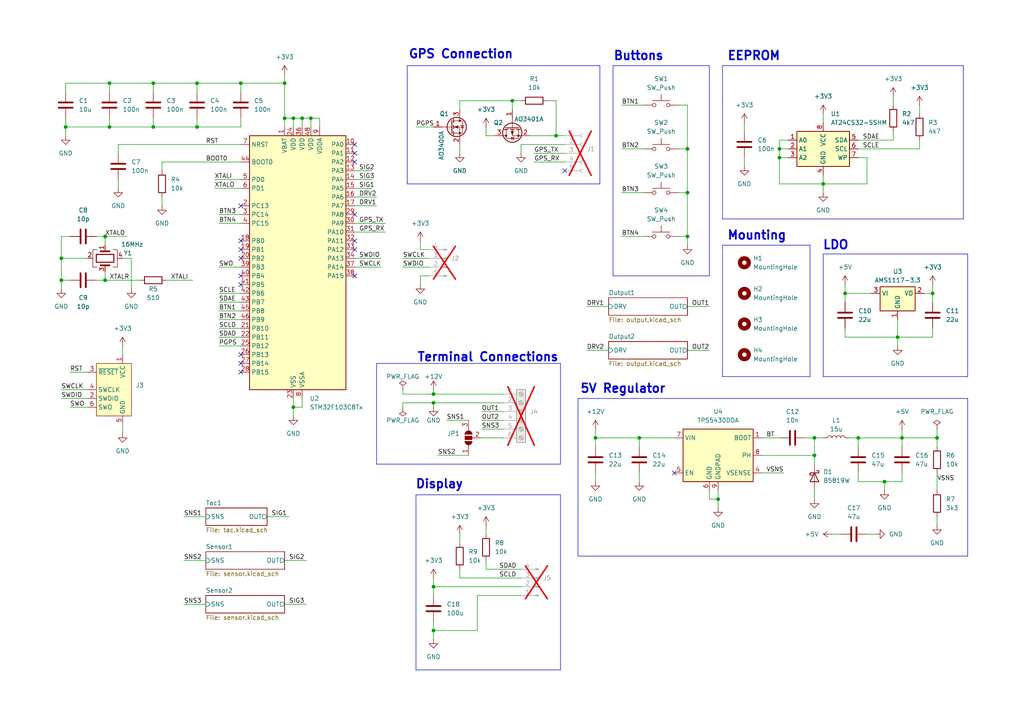
<source format=kicad_sch>
(kicad_sch (version 20231120) (generator "eeschema") (generator_version "8.0")
  (paper "A4")
  (junction (at 245.11 85.09))
  (junction (at 226.06 43.18))
  (junction (at 161.29 39.37))
  (junction (at 256.54 139.7))
  (junction (at 261.62 127))
  (junction (at 30.48 81.28))
  (junction (at 236.22 127))
  (junction (at 236.22 132.08))
  (junction (at 85.09 34.29))
  (junction (at 44.45 24.13))
  (junction (at 90.17 34.29))
  (junction (at 208.28 144.78))
  (junction (at 238.76 53.34))
  (junction (at 185.42 127))
  (junction (at 85.09 118.11))
  (junction (at 226.06 45.72))
  (junction (at 82.55 24.13))
  (junction (at 270.51 85.09))
  (junction (at 199.39 68.58))
  (junction (at 17.78 81.28))
  (junction (at 31.75 24.13))
  (junction (at 30.48 68.58))
  (junction (at 57.15 36.83))
  (junction (at 19.05 36.83))
  (junction (at 31.75 36.83))
  (junction (at 17.78 74.93))
  (junction (at 87.63 34.29))
  (junction (at 57.15 24.13))
  (junction (at 44.45 36.83))
  (junction (at 199.39 55.88))
  (junction (at 125.73 170.18))
  (junction (at 260.35 97.79))
  (junction (at 199.39 43.18))
  (junction (at 172.72 127))
  (junction (at 271.78 127))
  (junction (at 125.73 182.88))
  (junction (at 82.55 34.29))
  (junction (at 69.85 24.13))
  (junction (at 148.59 29.21))
  (junction (at 125.73 114.3))
  (junction (at 248.92 127))
  (junction (at 125.73 116.84))
  (no_connect (at 102.87 44.45))
  (no_connect (at 102.87 62.23))
  (no_connect (at 69.85 74.93))
  (no_connect (at 163.83 49.53))
  (no_connect (at 69.85 59.69))
  (no_connect (at 69.85 80.01))
  (no_connect (at 69.85 72.39))
  (no_connect (at 102.87 69.85))
  (no_connect (at 195.58 137.16))
  (no_connect (at 69.85 107.95))
  (no_connect (at 102.87 80.01))
  (no_connect (at 69.85 69.85))
  (no_connect (at 102.87 41.91))
  (no_connect (at 69.85 105.41))
  (no_connect (at 102.87 72.39))
  (no_connect (at 69.85 102.87))
  (no_connect (at 102.87 46.99))
  (no_connect (at 69.85 82.55))
  (wire (pts (xy 215.9 35.56) (xy 215.9 38.1)))
  (wire (pts (xy 31.75 36.83) (xy 31.75 34.29)))
  (wire (pts (xy 102.87 54.61) (xy 107.95 54.61)))
  (wire (pts (xy 17.78 113.03) (xy 25.4 113.03)))
  (wire (pts (xy 226.06 43.18) (xy 226.06 40.64)))
  (wire (pts (xy 151.13 165.1) (xy 140.97 165.1)))
  (wire (pts (xy 185.42 137.16) (xy 185.42 139.7)))
  (wire (pts (xy 17.78 81.28) (xy 17.78 74.93)))
  (wire (pts (xy 236.22 127) (xy 238.76 127)))
  (wire (pts (xy 17.78 68.58) (xy 20.32 68.58)))
  (wire (pts (xy 271.78 129.54) (xy 271.78 127)))
  (wire (pts (xy 17.78 74.93) (xy 25.4 74.93)))
  (wire (pts (xy 133.35 41.91) (xy 133.35 44.45)))
  (wire (pts (xy 259.08 27.94) (xy 259.08 30.48)))
  (wire (pts (xy 251.46 154.94) (xy 254 154.94)))
  (wire (pts (xy 62.23 54.61) (xy 69.85 54.61)))
  (wire (pts (xy 266.7 40.64) (xy 266.7 43.18)))
  (wire (pts (xy 125.73 170.18) (xy 125.73 172.72)))
  (wire (pts (xy 69.85 36.83) (xy 69.85 34.29)))
  (polyline (pts (xy 184.15 115.57) (xy 280.67 115.57)))
  (wire (pts (xy 154.94 44.45) (xy 163.83 44.45)))
  (wire (pts (xy 208.28 142.24) (xy 208.28 144.78)))
  (wire (pts (xy 133.35 29.21) (xy 148.59 29.21)))
  (wire (pts (xy 125.73 167.64) (xy 125.73 170.18)))
  (polyline (pts (xy 109.22 105.41) (xy 109.22 134.62)))
  (wire (pts (xy 19.05 24.13) (xy 31.75 24.13)))
  (polyline (pts (xy 234.95 109.22) (xy 234.95 71.12)))
  (wire (pts (xy 31.75 24.13) (xy 31.75 26.67)))
  (wire (pts (xy 148.59 29.21) (xy 151.13 29.21)))
  (wire (pts (xy 30.48 78.74) (xy 30.48 81.28)))
  (wire (pts (xy 17.78 74.93) (xy 17.78 68.58)))
  (wire (pts (xy 63.5 95.25) (xy 69.85 95.25)))
  (wire (pts (xy 236.22 142.24) (xy 236.22 144.78)))
  (wire (pts (xy 236.22 132.08) (xy 236.22 127)))
  (wire (pts (xy 129.54 121.92) (xy 135.89 121.92)))
  (polyline (pts (xy 162.56 194.31) (xy 162.56 143.51)))
  (wire (pts (xy 102.87 67.31) (xy 111.76 67.31)))
  (wire (pts (xy 245.11 82.55) (xy 245.11 85.09)))
  (wire (pts (xy 120.65 36.83) (xy 125.73 36.83)))
  (wire (pts (xy 172.72 137.16) (xy 172.72 139.7)))
  (wire (pts (xy 35.56 100.33) (xy 35.56 102.87)))
  (wire (pts (xy 63.5 62.23) (xy 69.85 62.23)))
  (wire (pts (xy 270.51 87.63) (xy 270.51 85.09)))
  (wire (pts (xy 121.92 72.39) (xy 124.46 72.39)))
  (wire (pts (xy 140.97 39.37) (xy 143.51 39.37)))
  (wire (pts (xy 44.45 36.83) (xy 44.45 34.29)))
  (wire (pts (xy 259.08 40.64) (xy 259.08 38.1)))
  (wire (pts (xy 180.34 43.18) (xy 186.69 43.18)))
  (wire (pts (xy 125.73 182.88) (xy 138.43 182.88)))
  (wire (pts (xy 148.59 31.75) (xy 148.59 29.21)))
  (wire (pts (xy 172.72 127) (xy 172.72 129.54)))
  (wire (pts (xy 133.35 165.1) (xy 133.35 167.64)))
  (polyline (pts (xy 162.56 143.51) (xy 120.65 143.51)))
  (polyline (pts (xy 177.8 19.05) (xy 177.8 80.01)))
  (wire (pts (xy 133.35 167.64) (xy 151.13 167.64)))
  (wire (pts (xy 53.34 162.56) (xy 59.69 162.56)))
  (wire (pts (xy 116.84 114.3) (xy 125.73 114.3)))
  (wire (pts (xy 271.78 149.86) (xy 271.78 152.4)))
  (wire (pts (xy 248.92 127) (xy 261.62 127)))
  (wire (pts (xy 30.48 68.58) (xy 36.83 68.58)))
  (wire (pts (xy 161.29 29.21) (xy 161.29 39.37)))
  (polyline (pts (xy 209.55 109.22) (xy 234.95 109.22)))
  (wire (pts (xy 116.84 113.03) (xy 116.84 114.3)))
  (wire (pts (xy 238.76 50.8) (xy 238.76 53.34)))
  (wire (pts (xy 248.92 127) (xy 246.38 127)))
  (wire (pts (xy 270.51 85.09) (xy 267.97 85.09)))
  (wire (pts (xy 245.11 95.25) (xy 245.11 97.79)))
  (polyline (pts (xy 177.8 19.05) (xy 205.74 19.05)))
  (wire (pts (xy 199.39 55.88) (xy 196.85 55.88)))
  (wire (pts (xy 116.84 116.84) (xy 125.73 116.84)))
  (wire (pts (xy 270.51 95.25) (xy 270.51 97.79)))
  (wire (pts (xy 266.7 30.48) (xy 266.7 33.02)))
  (wire (pts (xy 251.46 45.72) (xy 251.46 53.34)))
  (polyline (pts (xy 238.76 73.66) (xy 238.76 109.22)))
  (wire (pts (xy 31.75 36.83) (xy 44.45 36.83)))
  (polyline (pts (xy 177.8 80.01) (xy 205.74 80.01)))
  (wire (pts (xy 31.75 24.13) (xy 44.45 24.13)))
  (wire (pts (xy 85.09 118.11) (xy 85.09 120.65)))
  (wire (pts (xy 82.55 162.56) (xy 88.9 162.56)))
  (wire (pts (xy 261.62 124.46) (xy 261.62 127)))
  (polyline (pts (xy 205.74 80.01) (xy 205.74 19.05)))
  (wire (pts (xy 199.39 101.6) (xy 205.74 101.6)))
  (wire (pts (xy 17.78 83.82) (xy 17.78 81.28)))
  (polyline (pts (xy 173.99 19.05) (xy 173.99 53.34)))
  (wire (pts (xy 270.51 82.55) (xy 270.51 85.09)))
  (wire (pts (xy 236.22 134.62) (xy 236.22 132.08)))
  (wire (pts (xy 116.84 118.11) (xy 116.84 116.84)))
  (wire (pts (xy 125.73 118.11) (xy 125.73 116.84)))
  (wire (pts (xy 46.99 46.99) (xy 69.85 46.99)))
  (wire (pts (xy 251.46 53.34) (xy 238.76 53.34)))
  (wire (pts (xy 57.15 36.83) (xy 69.85 36.83)))
  (wire (pts (xy 154.94 46.99) (xy 163.83 46.99)))
  (wire (pts (xy 261.62 127) (xy 261.62 129.54)))
  (wire (pts (xy 261.62 139.7) (xy 261.62 137.16)))
  (wire (pts (xy 63.5 90.17) (xy 69.85 90.17)))
  (wire (pts (xy 238.76 33.02) (xy 238.76 35.56)))
  (wire (pts (xy 236.22 127) (xy 233.68 127)))
  (wire (pts (xy 139.7 127) (xy 146.05 127)))
  (wire (pts (xy 125.73 180.34) (xy 125.73 182.88)))
  (wire (pts (xy 139.7 124.46) (xy 146.05 124.46)))
  (wire (pts (xy 260.35 97.79) (xy 260.35 100.33)))
  (wire (pts (xy 220.98 132.08) (xy 236.22 132.08)))
  (wire (pts (xy 271.78 124.46) (xy 271.78 127)))
  (polyline (pts (xy 209.55 71.12) (xy 234.95 71.12)))
  (wire (pts (xy 140.97 162.56) (xy 140.97 165.1)))
  (polyline (pts (xy 279.4 63.5) (xy 279.4 19.05)))
  (wire (pts (xy 82.55 21.59) (xy 82.55 24.13)))
  (wire (pts (xy 138.43 172.72) (xy 151.13 172.72)))
  (wire (pts (xy 85.09 34.29) (xy 87.63 34.29)))
  (wire (pts (xy 19.05 36.83) (xy 31.75 36.83)))
  (wire (pts (xy 256.54 139.7) (xy 261.62 139.7)))
  (polyline (pts (xy 209.55 29.21) (xy 209.55 63.5)))
  (wire (pts (xy 90.17 34.29) (xy 90.17 36.83)))
  (wire (pts (xy 215.9 45.72) (xy 215.9 48.26)))
  (wire (pts (xy 226.06 45.72) (xy 228.6 45.72)))
  (wire (pts (xy 63.5 85.09) (xy 69.85 85.09)))
  (wire (pts (xy 245.11 87.63) (xy 245.11 85.09)))
  (wire (pts (xy 44.45 24.13) (xy 57.15 24.13)))
  (wire (pts (xy 57.15 36.83) (xy 57.15 34.29)))
  (wire (pts (xy 90.17 34.29) (xy 92.71 34.29)))
  (wire (pts (xy 139.7 121.92) (xy 146.05 121.92)))
  (wire (pts (xy 208.28 144.78) (xy 205.74 144.78)))
  (wire (pts (xy 125.73 182.88) (xy 125.73 185.42)))
  (wire (pts (xy 151.13 41.91) (xy 163.83 41.91)))
  (wire (pts (xy 133.35 154.94) (xy 133.35 157.48)))
  (polyline (pts (xy 280.67 73.66) (xy 280.67 109.22)))
  (wire (pts (xy 226.06 43.18) (xy 228.6 43.18)))
  (wire (pts (xy 116.84 77.47) (xy 124.46 77.47)))
  (polyline (pts (xy 280.67 161.29) (xy 167.64 161.29)))
  (wire (pts (xy 102.87 49.53) (xy 107.95 49.53)))
  (wire (pts (xy 199.39 68.58) (xy 199.39 71.12)))
  (wire (pts (xy 199.39 43.18) (xy 196.85 43.18)))
  (wire (pts (xy 196.85 30.48) (xy 199.39 30.48)))
  (wire (pts (xy 63.5 64.77) (xy 69.85 64.77)))
  (wire (pts (xy 53.34 175.26) (xy 59.69 175.26)))
  (wire (pts (xy 125.73 113.03) (xy 125.73 114.3)))
  (wire (pts (xy 220.98 127) (xy 226.06 127)))
  (wire (pts (xy 158.75 29.21) (xy 161.29 29.21)))
  (wire (pts (xy 87.63 34.29) (xy 87.63 36.83)))
  (wire (pts (xy 238.76 53.34) (xy 226.06 53.34)))
  (wire (pts (xy 34.29 52.07) (xy 34.29 54.61)))
  (wire (pts (xy 38.1 74.93) (xy 35.56 74.93)))
  (wire (pts (xy 245.11 85.09) (xy 252.73 85.09)))
  (wire (pts (xy 241.3 154.94) (xy 243.84 154.94)))
  (polyline (pts (xy 109.22 105.41) (xy 162.56 105.41)))
  (polyline (pts (xy 120.65 143.51) (xy 120.65 160.02)))
  (wire (pts (xy 85.09 118.11) (xy 87.63 118.11)))
  (wire (pts (xy 127 132.08) (xy 135.89 132.08)))
  (wire (pts (xy 185.42 127) (xy 195.58 127)))
  (wire (pts (xy 226.06 45.72) (xy 226.06 43.18)))
  (wire (pts (xy 180.34 55.88) (xy 186.69 55.88)))
  (wire (pts (xy 20.32 107.95) (xy 25.4 107.95)))
  (wire (pts (xy 140.97 152.4) (xy 140.97 154.94)))
  (wire (pts (xy 30.48 81.28) (xy 40.64 81.28)))
  (polyline (pts (xy 209.55 19.05) (xy 209.55 29.21)))
  (wire (pts (xy 20.32 118.11) (xy 25.4 118.11)))
  (wire (pts (xy 121.92 80.01) (xy 121.92 82.55)))
  (wire (pts (xy 270.51 97.79) (xy 260.35 97.79)))
  (wire (pts (xy 34.29 41.91) (xy 34.29 44.45)))
  (wire (pts (xy 87.63 115.57) (xy 87.63 118.11)))
  (wire (pts (xy 19.05 34.29) (xy 19.05 36.83)))
  (wire (pts (xy 19.05 26.67) (xy 19.05 24.13)))
  (wire (pts (xy 133.35 31.75) (xy 133.35 29.21)))
  (polyline (pts (xy 118.11 19.05) (xy 149.86 19.05)))
  (wire (pts (xy 46.99 49.53) (xy 46.99 46.99)))
  (wire (pts (xy 69.85 24.13) (xy 69.85 26.67)))
  (wire (pts (xy 63.5 92.71) (xy 69.85 92.71)))
  (wire (pts (xy 116.84 74.93) (xy 124.46 74.93)))
  (wire (pts (xy 125.73 114.3) (xy 146.05 114.3)))
  (wire (pts (xy 102.87 59.69) (xy 109.22 59.69)))
  (wire (pts (xy 161.29 39.37) (xy 163.83 39.37)))
  (wire (pts (xy 180.34 68.58) (xy 186.69 68.58)))
  (wire (pts (xy 205.74 144.78) (xy 205.74 142.24)))
  (polyline (pts (xy 118.11 53.34) (xy 118.11 19.05)))
  (wire (pts (xy 69.85 41.91) (xy 34.29 41.91)))
  (wire (pts (xy 92.71 34.29) (xy 92.71 36.83)))
  (polyline (pts (xy 209.55 63.5) (xy 279.4 63.5)))
  (wire (pts (xy 199.39 88.9) (xy 205.74 88.9)))
  (polyline (pts (xy 173.99 53.34) (xy 118.11 53.34)))
  (polyline (pts (xy 162.56 134.62) (xy 162.56 105.41)))
  (wire (pts (xy 77.47 149.86) (xy 83.82 149.86)))
  (wire (pts (xy 30.48 68.58) (xy 27.94 68.58)))
  (wire (pts (xy 63.5 77.47) (xy 69.85 77.47)))
  (polyline (pts (xy 167.64 161.29) (xy 167.64 115.57)))
  (polyline (pts (xy 120.65 194.31) (xy 162.56 194.31)))
  (wire (pts (xy 38.1 74.93) (xy 38.1 83.82)))
  (wire (pts (xy 121.92 80.01) (xy 124.46 80.01)))
  (wire (pts (xy 35.56 123.19) (xy 35.56 125.73)))
  (wire (pts (xy 87.63 34.29) (xy 90.17 34.29)))
  (polyline (pts (xy 120.65 160.02) (xy 120.65 194.31)))
  (wire (pts (xy 19.05 36.83) (xy 19.05 39.37)))
  (polyline (pts (xy 280.67 115.57) (xy 280.67 161.29)))
  (wire (pts (xy 220.98 137.16) (xy 227.33 137.16)))
  (polyline (pts (xy 109.22 134.62) (xy 162.56 134.62)))
  (wire (pts (xy 125.73 170.18) (xy 151.13 170.18)))
  (wire (pts (xy 82.55 24.13) (xy 82.55 34.29)))
  (wire (pts (xy 17.78 115.57) (xy 25.4 115.57)))
  (polyline (pts (xy 238.76 73.66) (xy 280.67 73.66)))
  (wire (pts (xy 248.92 129.54) (xy 248.92 127)))
  (wire (pts (xy 170.18 88.9) (xy 176.53 88.9)))
  (wire (pts (xy 261.62 127) (xy 271.78 127)))
  (wire (pts (xy 63.5 87.63) (xy 69.85 87.63)))
  (wire (pts (xy 46.99 57.15) (xy 46.99 59.69)))
  (wire (pts (xy 102.87 64.77) (xy 111.76 64.77)))
  (wire (pts (xy 44.45 36.83) (xy 57.15 36.83)))
  (wire (pts (xy 151.13 41.91) (xy 151.13 44.45)))
  (wire (pts (xy 30.48 81.28) (xy 27.94 81.28)))
  (wire (pts (xy 248.92 40.64) (xy 259.08 40.64)))
  (wire (pts (xy 199.39 68.58) (xy 196.85 68.58)))
  (wire (pts (xy 44.45 24.13) (xy 44.45 26.67)))
  (wire (pts (xy 85.09 118.11) (xy 85.09 115.57)))
  (wire (pts (xy 82.55 34.29) (xy 82.55 36.83)))
  (wire (pts (xy 238.76 53.34) (xy 238.76 55.88)))
  (wire (pts (xy 48.26 81.28) (xy 55.88 81.28)))
  (wire (pts (xy 260.35 97.79) (xy 260.35 92.71)))
  (wire (pts (xy 208.28 144.78) (xy 208.28 147.32)))
  (wire (pts (xy 102.87 57.15) (xy 109.22 57.15)))
  (wire (pts (xy 57.15 24.13) (xy 57.15 26.67)))
  (wire (pts (xy 248.92 139.7) (xy 248.92 137.16)))
  (wire (pts (xy 63.5 97.79) (xy 69.85 97.79)))
  (wire (pts (xy 140.97 36.83) (xy 140.97 39.37)))
  (wire (pts (xy 138.43 172.72) (xy 138.43 182.88)))
  (wire (pts (xy 125.73 116.84) (xy 146.05 116.84)))
  (wire (pts (xy 82.55 175.26) (xy 88.9 175.26)))
  (wire (pts (xy 170.18 101.6) (xy 176.53 101.6)))
  (polyline (pts (xy 209.55 71.12) (xy 209.55 109.22)))
  (wire (pts (xy 102.87 77.47) (xy 110.49 77.47)))
  (polyline (pts (xy 279.4 19.05) (xy 209.55 19.05)))
  (wire (pts (xy 85.09 34.29) (xy 85.09 36.83)))
  (wire (pts (xy 256.54 139.7) (xy 256.54 142.24)))
  (wire (pts (xy 245.11 97.79) (xy 260.35 97.79)))
  (wire (pts (xy 139.7 119.38) (xy 146.05 119.38)))
  (wire (pts (xy 69.85 24.13) (xy 82.55 24.13)))
  (wire (pts (xy 185.42 129.54) (xy 185.42 127)))
  (wire (pts (xy 199.39 55.88) (xy 199.39 68.58)))
  (wire (pts (xy 256.54 139.7) (xy 248.92 139.7)))
  (wire (pts (xy 102.87 52.07) (xy 107.95 52.07)))
  (wire (pts (xy 30.48 71.12) (xy 30.48 68.58)))
  (wire (pts (xy 226.06 53.34) (xy 226.06 45.72)))
  (wire (pts (xy 185.42 127) (xy 172.72 127)))
  (wire (pts (xy 172.72 124.46) (xy 172.72 127)))
  (polyline (pts (xy 280.67 109.22) (xy 238.76 109.22)))
  (wire (pts (xy 53.34 149.86) (xy 59.69 149.86)))
  (wire (pts (xy 248.92 45.72) (xy 251.46 45.72)))
  (wire (pts (xy 82.55 34.29) (xy 85.09 34.29)))
  (wire (pts (xy 180.34 30.48) (xy 186.69 30.48)))
  (wire (pts (xy 63.5 100.33) (xy 69.85 100.33)))
  (wire (pts (xy 62.23 52.07) (xy 69.85 52.07)))
  (wire (pts (xy 153.67 39.37) (xy 161.29 39.37)))
  (wire (pts (xy 57.15 24.13) (xy 69.85 24.13)))
  (wire (pts (xy 248.92 43.18) (xy 266.7 43.18)))
  (wire (pts (xy 121.92 69.85) (xy 121.92 72.39)))
  (wire (pts (xy 17.78 81.28) (xy 20.32 81.28)))
  (wire (pts (xy 199.39 43.18) (xy 199.39 55.88)))
  (polyline (pts (xy 167.64 115.57) (xy 184.15 115.57)))
  (wire (pts (xy 271.78 137.16) (xy 271.78 142.24)))
  (wire (pts (xy 102.87 74.93) (xy 110.49 74.93)))
  (wire (pts (xy 199.39 30.48) (xy 199.39 43.18)))
  (wire (pts (xy 226.06 40.64) (xy 228.6 40.64)))
  (polyline (pts (xy 149.86 19.05) (xy 173.99 19.05)))
  (text "GPS Connection" (at 118.364 17.272 0) (effects (font (size 2.5 2.5) (thickness 0.5) (bold yes)) (justify left bottom)))
  (text "Mounting" (at 210.82 69.85 0) (effects (font (size 2.5 2.5) (thickness 0.5) (bold yes)) (justify left bottom)))
  (text "EEPROM" (at 210.82 17.78 0) (effects (font (size 2.5 2.5) (thickness 0.5) (bold yes)) (justify left bottom)))
  (text "LDO" (at 238.506 72.644 0) (effects (font (size 2.5 2.5) (thickness 0.5) (bold yes)) (justify left bottom)))
  (text "Terminal Connections" (at 120.904 105.156 0) (effects (font (size 2.5 2.5) (thickness 0.5) (bold yes)) (justify left bottom)))
  (text "5V Regulator" (at 168.148 114.3 0) (effects (font (size 2.5 2.5) (thickness 0.5) (bold yes)) (justify left bottom)))
  (text "Display" (at 120.396 141.986 0) (effects (font (size 2.5 2.5) (thickness 0.5) (bold yes)) (justify left bottom)))
  (text "Buttons" (at 177.8 17.78 0) (effects (font (size 2.5 2.5) (thickness 0.5) (bold yes)) (justify left bottom)))
  (label "PGPS" (at 63.5 100.33 0))
  (label "BTN3" (at 63.5 62.23 0))
  (label "SWCLK" (at 116.84 74.93 0))
  (label "SNS2" (at 53.34 162.56 0))
  (label "XTALI" (at 62.23 52.07 0))
  (label "SCLE" (at 63.5 85.09 0))
  (label "SDAE" (at 63.5 87.63 0))
  (label "SIG1" (at 78.74 149.86 0))
  (label "SIG1" (at 104.14 54.61 0))
  (label "SWDIO" (at 17.78 115.57 0))
  (label "BTN4" (at 180.34 68.58 0))
  (label "SNS3" (at 53.34 175.26 0))
  (label "DRV2" (at 170.18 101.6 0))
  (label "XTALI" (at 49.53 81.28 0))
  (label "OUT2" (at 200.66 101.6 0))
  (label "RST" (at 59.69 41.91 0))
  (label "GPS_TX" (at 104.14 64.77 0))
  (label "VSNS" (at 271.78 139.7 0))
  (label "OUT1" (at 200.66 88.9 0))
  (label "SWCLK" (at 104.14 77.47 0))
  (label "OUT1" (at 139.7 119.38 0))
  (label "GPS_TX" (at 154.94 44.45 0))
  (label "BT" (at 222.25 127 0))
  (label "SNS1" (at 129.54 121.92 0))
  (label "SIG2" (at 104.14 49.53 0))
  (label "SWDIO" (at 104.14 74.93 0))
  (label "GPS_RX" (at 104.14 67.31 0))
  (label "SNS2" (at 127 132.08 0))
  (label "BTN4" (at 63.5 64.77 0))
  (label "SDAD" (at 144.78 165.1 0))
  (label "SWO" (at 63.5 77.47 0))
  (label "SIG3" (at 83.82 175.26 0))
  (label "SNS3" (at 139.7 124.46 0))
  (label "SCLD" (at 144.78 167.64 0))
  (label "PGPS" (at 120.65 36.83 0))
  (label "DRV1" (at 170.18 88.9 0))
  (label "SWCLK" (at 17.78 113.03 0))
  (label "BOOT0" (at 59.69 46.99 0))
  (label "BTN1" (at 63.5 90.17 0))
  (label "SDAE" (at 250.19 40.64 0))
  (label "SCLE" (at 250.19 43.18 0))
  (label "XTALO" (at 62.23 54.61 0))
  (label "DRV1" (at 104.14 59.69 0))
  (label "XTALR" (at 31.75 81.28 0))
  (label "BTN2" (at 180.34 43.18 0))
  (label "SIG2" (at 83.82 162.56 0))
  (label "SWO" (at 20.32 118.11 0))
  (label "SNS1" (at 53.34 149.86 0))
  (label "VSNS" (at 222.25 137.16 0))
  (label "OUT2" (at 139.7 121.92 0))
  (label "SDAD" (at 63.5 97.79 0))
  (label "RST" (at 20.32 107.95 0))
  (label "BTN2" (at 63.5 92.71 0))
  (label "SCLD" (at 63.5 95.25 0))
  (label "XTALO" (at 30.48 68.58 0))
  (label "BTN1" (at 180.34 30.48 0))
  (label "SWDIO" (at 116.84 77.47 0))
  (label "SIG3" (at 104.14 52.07 0))
  (label "GPS_RX" (at 154.94 46.99 0))
  (label "DRV2" (at 104.14 57.15 0))
  (label "BTN3" (at 180.34 55.88 0))
  (symbol (lib_id "Mechanical:MountingHole") (at 215.9 102.87 0) (unit 1) (in_bom no)
    (property "Reference" "H4" (at 218.44 101.6 0) (effects (justify left)))
    (property "Value" "MountingHole" (at 218.44 104.14 0) (effects (justify left)))
    (property "Footprint" "MountingHole:MountingHole_3.2mm_M3" (effects (hide yes)))
    (property "Description" "Mounting Hole without connection" (effects (hide yes)))
  )
  (symbol (lib_name "PWR_FLAG_1") (lib_id "power:PWR_FLAG") (at 271.78 124.46 0) (unit 1)
    (property "Reference" "#FLG03" (effects (hide yes)))
    (property "Value" "PWR_FLAG" (at 271.78 119.38 0))
    (property "Description" "Special symbol for telling ERC where power comes from" (effects (hide yes)))
  )
  (symbol (lib_id "Switch:SW_Push") (at 191.77 55.88 0) (unit 1)
    (property "Reference" "SW3" (at 191.77 48.26 0))
    (property "Value" "SW_Push" (at 191.77 50.8 0))
    (property "Footprint" "Button_Switch_SMD:SW_Push_1P1T_NO_6x6mm_H9.5mm" (effects (hide yes)))
    (property "Description" "Push button switch, generic, two pins" (effects (hide yes)))
    (property "LCSC" "C455119" (effects (hide yes)))
  )
  (symbol (lib_id "power:PWR_FLAG") (at 116.84 118.11 180) (unit 1)
    (property "Reference" "#FLG02" (effects (hide yes)))
    (property "Value" "PWR_FLAG" (at 116.84 121.92 0))
    (property "Description" "Special symbol for telling ERC where power comes from" (effects (hide yes)))
  )
  (symbol (lib_id "Device:C") (at 215.9 41.91 0) (unit 1)
    (property "Reference" "C6" (at 219.71 40.6399 0) (effects (justify left)))
    (property "Value" "100n" (at 219.71 43.1799 0) (effects (justify left)))
    (property "Footprint" "Capacitor_SMD:C_0402_1005Metric" (effects (hide yes)))
    (property "Description" "Unpolarized capacitor" (effects (hide yes)))
    (property "LCSC" "C1525" (effects (hide yes)))
  )
  (symbol (lib_id "Device:C") (at 24.13 68.58 90) (unit 1)
    (property "Reference" "C8" (at 24.13 60.96 90))
    (property "Value" "10p" (at 24.13 63.5 90))
    (property "Footprint" "Capacitor_SMD:C_0402_1005Metric" (effects (hide yes)))
  )
  (symbol (lib_id "Device:C") (at 185.42 133.35 0) (unit 1)
    (property "Reference" "C14" (at 189.23 132.0799 0) (effects (justify left)))
    (property "Value" "22u" (at 189.23 134.6199 0) (effects (justify left)))
    (property "Footprint" "Capacitor_SMD:C_1206_3216Metric" (effects (hide yes)))
    (property "Description" "Unpolarized capacitor" (effects (hide yes)))
    (property "LCSC" "C12891" (effects (hide yes)))
  )
  (symbol (lib_id "Device:R") (at 271.78 133.35 0) (unit 1)
    (property "Reference" "R6" (at 274.32 132.0799 0) (effects (justify left)))
    (property "Value" "10k" (at 274.32 134.6199 0) (effects (justify left)))
    (property "Footprint" "Resistor_SMD:R_0402_1005Metric" (effects (hide yes)))
    (property "Description" "Resistor" (effects (hide yes)))
    (property "LCSC" "C25744" (effects (hide yes)))
  )
  (symbol (lib_id "MCU_ST_STM32F1:STM32F103C8Tx") (at 85.09 77.47 0) (unit 1)
    (property "Reference" "U2" (at 89.8241 115.57 0) (effects (justify left)))
    (property "Value" "STM32F103C8Tx" (at 89.8241 118.11 0) (effects (justify left)))
    (property "Footprint" "Package_QFP:LQFP-48_7x7mm_P0.5mm" (effects (hide yes)))
    (property "Datasheet" "https://www.st.com/resource/en/datasheet/stm32f103c8.pdf" (effects (hide yes)))
    (property "Description" "STMicroelectronics Arm Cortex-M3 MCU, 64KB flash, 20KB RAM, 72 MHz, 2.0-3.6V, 37 GPIO, LQFP48" (effects (hide yes)))
  )
  (symbol (lib_id "power:+3V3") (at 140.97 36.83 0) (unit 1)
    (property "Reference" "#PWR06" (effects (hide yes)))
    (property "Value" "+3V3" (at 140.97 31.75 0))
    (property "Description" "Power symbol creates a global label with name \"+3V3\"" (effects (hide yes)))
  )
  (symbol (lib_id "Regulator_Switching:TPS5430DDA") (at 208.28 132.08 0) (unit 1)
    (property "Reference" "U4" (at 208.28 119.38 0))
    (property "Value" "TPS5430DDA" (at 208.28 121.92 0))
    (property "Footprint" "Package_SO:TI_SO-PowerPAD-8_ThermalVias" (effects (hide yes)))
    (property "Datasheet" "http://www.ti.com/lit/ds/symlink/tps5430.pdf" (effects (hide yes)))
    (property "Description" "3A, Step Down Swift Converter, Adjustable Output Voltage, 5.5-36V Input Voltage, PowerSO-8" (effects (hide yes)))
    (property "LCSC" "C9864" (effects (hide yes)))
  )
  (symbol (lib_id "Mechanical:MountingHole") (at 215.9 85.09 0) (unit 1) (in_bom no)
    (property "Reference" "H2" (at 218.44 83.82 0) (effects (justify left)))
    (property "Value" "MountingHole" (at 218.44 86.36 0) (effects (justify left)))
    (property "Footprint" "MountingHole:MountingHole_3.2mm_M3" (effects (hide yes)))
    (property "Description" "Mounting Hole without connection" (effects (hide yes)))
  )
  (symbol (lib_id "power:GND") (at 46.99 59.69 0) (unit 1)
    (property "Reference" "#PWR013" (effects (hide yes)))
    (property "Value" "GND" (at 46.99 64.77 0))
    (property "Description" "Power symbol creates a global label with name \"GND\" , ground" (effects (hide yes)))
  )
  (symbol (lib_id "Device:C") (at 245.11 91.44 0) (unit 1)
    (property "Reference" "C10" (at 248.92 90.1699 0) (effects (justify left)))
    (property "Value" "22u" (at 248.92 92.7099 0) (effects (justify left)))
    (property "Footprint" "Capacitor_SMD:C_0805_2012Metric" (effects (hide yes)))
    (property "Description" "Unpolarized capacitor" (effects (hide yes)))
    (property "LCSC" "C45783" (effects (hide yes)))
  )
  (symbol (lib_id "Device:C") (at 44.45 30.48 0) (unit 1)
    (property "Reference" "C3" (at 48.26 29.2099 0) (effects (justify left)))
    (property "Value" "100n" (at 48.26 31.7499 0) (effects (justify left)))
    (property "Footprint" "Capacitor_SMD:C_0402_1005Metric" (effects (hide yes)))
    (property "Description" "Unpolarized capacitor" (effects (hide yes)))
  )
  (symbol (lib_id "Mechanical:MountingHole") (at 215.9 93.98 0) (unit 1) (in_bom no)
    (property "Reference" "H3" (at 218.44 92.71 0) (effects (justify left)))
    (property "Value" "MountingHole" (at 218.44 95.25 0) (effects (justify left)))
    (property "Footprint" "MountingHole:MountingHole_3.2mm_M3" (effects (hide yes)))
    (property "Description" "Mounting Hole without connection" (effects (hide yes)))
  )
  (symbol (lib_id "Device:R") (at 154.94 29.21 90) (unit 1)
    (property "Reference" "R1" (at 154.94 22.86 90))
    (property "Value" "10k" (at 154.94 25.4 90))
    (property "Footprint" "Resistor_SMD:R_0402_1005Metric" (effects (hide yes)))
    (property "Description" "Resistor" (effects (hide yes)))
    (property "LCSC" "C25744" (effects (hide yes)))
  )
  (symbol (lib_id "power:+3V3") (at 121.92 69.85 0) (unit 1)
    (property "Reference" "#PWR014" (effects (hide yes)))
    (property "Value" "+3V3" (at 121.92 64.77 0))
    (property "Description" "Power symbol creates a global label with name \"+3V3\"" (effects (hide yes)))
  )
  (symbol (lib_id "power:+3V3") (at 215.9 35.56 0) (unit 1)
    (property "Reference" "#PWR05" (effects (hide yes)))
    (property "Value" "+3V3" (at 215.9 30.48 0))
    (property "Description" "Power symbol creates a global label with name \"+3V3\"" (effects (hide yes)))
  )
  (symbol (lib_id "power:+12V") (at 172.72 124.46 0) (unit 1)
    (property "Reference" "#PWR026" (effects (hide yes)))
    (property "Value" "+12V" (at 172.72 119.38 0))
    (property "Description" "Power symbol creates a global label with name \"+12V\"" (effects (hide yes)))
  )
  (symbol (lib_id "Device:C") (at 19.05 30.48 0) (unit 1)
    (property "Reference" "C1" (at 22.86 29.2099 0) (effects (justify left)))
    (property "Value" "10u" (at 22.86 31.7499 0) (effects (justify left)))
    (property "Footprint" "Capacitor_SMD:C_0402_1005Metric" (effects (hide yes)))
    (property "Description" "Unpolarized capacitor" (effects (hide yes)))
    (property "LCSC" "C15525" (effects (hide yes)))
  )
  (symbol (lib_id "power:+12V") (at 125.73 113.03 0) (unit 1)
    (property "Reference" "#PWR023" (effects (hide yes)))
    (property "Value" "+12V" (at 125.73 109.22 0))
  )
  (symbol (lib_id "power:GND") (at 85.09 120.65 0) (unit 1)
    (property "Reference" "#PWR024" (effects (hide yes)))
    (property "Value" "GND" (at 85.09 125.73 0))
    (property "Description" "Power symbol creates a global label with name \"GND\" , ground" (effects (hide yes)))
  )
  (symbol (lib_id "Connector:Conn_01x05_Socket") (at 168.91 44.45 0) (unit 1) (dnp yes)
    (property "Reference" "J1" (at 170.18 43.18 0) (effects (justify left)))
    (property "Value" "Conn_01x05_Socket" (effects (hide yes)))
    (property "Footprint" "Connector_PinHeader_2.54mm:PinHeader_1x05_P2.54mm_Vertical" (effects (hide yes)))
  )
  (symbol (lib_id "Memory_EEPROM:AT24CS32-SSHM") (at 238.76 43.18 0) (unit 1)
    (property "Reference" "U1" (at 240.9541 33.02 0) (effects (justify left)))
    (property "Value" "AT24CS32-SSHM" (at 240.9541 35.56 0) (effects (justify left)))
    (property "Footprint" "Package_SO:SOIC-8_3.9x4.9mm_P1.27mm" (effects (hide yes)))
    (property "Datasheet" "http://ww1.microchip.com/downloads/en/DeviceDoc/Atmel-8869-SEEPROM-AT24CS32-Datasheet.pdf" (effects (hide yes)))
    (property "Description" "I2C Serial EEPROM, 32Kb (4096x8) with Unique Serial Number, SO8" (effects (hide yes)))
    (property "LCSC" "C6482" (effects (hide yes)))
  )
  (symbol (lib_id "Connector:Conn_01x04_Pin") (at 156.21 170.18 180) (unit 1) (dnp yes)
    (property "Reference" "J5" (at 157.48 167.64 0) (effects (justify right)))
    (property "Value" "Conn_01x04_Pin" (effects (hide yes)))
    (property "Footprint" "Connector_PinHeader_2.54mm:PinHeader_1x04_P2.54mm_Vertical" (effects (hide yes)))
  )
  (symbol (lib_id "Transistor_FET:AO3401A") (at 148.59 36.83 90) (mirror x) (unit 1)
    (property "Reference" "Q2" (at 144.526 35.56 90))
    (property "Value" "AO3401A" (at 153.416 34.544 90))
    (property "Footprint" "Package_TO_SOT_SMD:SOT-23" (effects (hide yes)))
    (property "Datasheet" "http://www.aosmd.com/pdfs/datasheet/AO3401A.pdf" (effects (hide yes)))
    (property "Description" "-4.0A Id, -30V Vds, P-Channel MOSFET, SOT-23" (effects (hide yes)))
    (property "LCSC" "C15127" (effects (hide yes)))
  )
  (symbol (lib_id "power:GND") (at 256.54 142.24 0) (unit 1)
    (property "Reference" "#PWR031" (effects (hide yes)))
    (property "Value" "GND" (at 256.54 147.32 0))
    (property "Description" "Power symbol creates a global label with name \"GND\" , ground" (effects (hide yes)))
  )
  (symbol (lib_id "Device:R") (at 271.78 146.05 0) (unit 1)
    (property "Reference" "R7" (at 274.32 144.7799 0) (effects (justify left)))
    (property "Value" "3k3" (at 274.32 147.3199 0) (effects (justify left)))
    (property "Footprint" "Resistor_SMD:R_0402_1005Metric" (effects (hide yes)))
    (property "Description" "Resistor" (effects (hide yes)))
    (property "LCSC" "C25890" (effects (hide yes)))
  )
  (symbol (lib_id "power:+3V3") (at 82.55 21.59 0) (unit 1)
    (property "Reference" "#PWR01" (effects (hide yes)))
    (property "Value" "+3V3" (at 82.55 16.51 0))
    (property "Description" "Power symbol creates a global label with name \"+3V3\"" (effects (hide yes)))
  )
  (symbol (lib_id "Device:R") (at 133.35 161.29 0) (unit 1)
    (property "Reference" "R9" (at 135.89 160.0199 0) (effects (justify left)))
    (property "Value" "10k" (at 135.89 162.5599 0) (effects (justify left)))
    (property "Footprint" "Resistor_SMD:R_0402_1005Metric" (effects (hide yes)))
    (property "Description" "Resistor" (effects (hide yes)))
  )
  (symbol (lib_name "GND_14") (lib_id "power:GND") (at 17.78 83.82 0) (unit 1)
    (property "Reference" "#PWR019" (effects (hide yes)))
    (property "Value" "GND" (at 17.78 88.9 0))
    (property "Description" "Power symbol creates a global label with name \"GND\" , ground" (effects (hide yes)))
  )
  (symbol (lib_id "power:+3V3") (at 266.7 30.48 0) (unit 1)
    (property "Reference" "#PWR03" (effects (hide yes)))
    (property "Value" "+3V3" (at 266.7 25.4 0))
    (property "Description" "Power symbol creates a global label with name \"+3V3\"" (effects (hide yes)))
  )
  (symbol (lib_id "power:GND") (at 260.35 100.33 0) (unit 1)
    (property "Reference" "#PWR022" (effects (hide yes)))
    (property "Value" "GND" (at 260.35 105.41 0))
    (property "Description" "Power symbol creates a global label with name \"GND\" , ground" (effects (hide yes)))
  )
  (symbol (lib_id "Device:Crystal_GND24") (at 30.48 74.93 90) (mirror x) (unit 1)
    (property "Reference" "Y1" (at 37.084 73.406 90))
    (property "Value" "16MHz" (at 38.354 70.866 90))
    (property "Footprint" "Crystal:Crystal_SMD_3225-4Pin_3.2x2.5mm" (effects (hide yes)))
  )
  (symbol (lib_id "Regulator_Linear:AMS1117-3.3") (at 260.35 85.09 0) (unit 1)
    (property "Reference" "U3" (at 260.35 78.74 0))
    (property "Value" "AMS1117-3.3" (at 260.35 81.28 0))
    (property "Footprint" "Package_TO_SOT_SMD:SOT-223-3_TabPin2" (effects (hide yes)))
    (property "Datasheet" "http://www.advanced-monolithic.com/pdf/ds1117.pdf" (effects (hide yes)))
    (property "Description" "1A Low Dropout regulator, positive, 3.3V fixed output, SOT-223" (effects (hide yes)))
    (property "LCSC" "C6186" (effects (hide yes)))
  )
  (symbol (lib_id "power:GND") (at 254 154.94 90) (unit 1)
    (property "Reference" "#PWR038" (effects (hide yes)))
    (property "Value" "GND" (at 257.81 154.9399 90) (effects (justify right)))
    (property "Description" "Power symbol creates a global label with name \"GND\" , ground" (effects (hide yes)))
  )
  (symbol (lib_id "Connector:Conn_ARM_SWD_TagConnect_TC2030-NL") (at 33.02 113.03 0) (mirror y) (unit 1) (in_bom no)
    (property "Reference" "J3" (at 39.37 111.7599 0) (effects (justify right)))
    (property "Value" "Conn_ARM_SWD_TagConnect_TC2030-NL" (effects (hide yes)))
    (property "Footprint" "Connector:Tag-Connect_TC2030-IDC-NL_2x03_P1.27mm_Vertical" (effects (hide yes)))
    (property "Datasheet" "https://www.tag-connect.com/wp-content/uploads/bsk-pdf-manager/TC2030-CTX_1.pdf" (effects (hide yes)))
    (property "Description" "Tag-Connect ARM Cortex SWD JTAG connector, 6 pin, no legs" (effects (hide yes)))
  )
  (symbol (lib_id "power:GND") (at 236.22 144.78 0) (unit 1)
    (property "Reference" "#PWR032" (effects (hide yes)))
    (property "Value" "GND" (at 236.22 149.86 0))
    (property "Description" "Power symbol creates a global label with name \"GND\" , ground" (effects (hide yes)))
  )
  (symbol (lib_id "Device:C") (at 229.87 127 90) (unit 1)
    (property "Reference" "C12" (at 229.87 119.38 90))
    (property "Value" "10n" (at 229.87 121.92 90))
    (property "Footprint" "Capacitor_SMD:C_0402_1005Metric" (effects (hide yes)))
    (property "Description" "Unpolarized capacitor" (effects (hide yes)))
    (property "LCSC" "C15195" (effects (hide yes)))
  )
  (symbol (lib_id "power:GND") (at 199.39 71.12 0) (unit 1)
    (property "Reference" "#PWR015" (effects (hide yes)))
    (property "Value" "GND" (at 199.39 76.2 0))
    (property "Description" "Power symbol creates a global label with name \"GND\" , ground" (effects (hide yes)))
  )
  (symbol (lib_id "power:GND") (at 121.92 82.55 0) (unit 1)
    (property "Reference" "#PWR016" (effects (hide yes)))
    (property "Value" "GND" (at 121.92 87.63 0))
    (property "Description" "Power symbol creates a global label with name \"GND\" , ground" (effects (hide yes)))
  )
  (symbol (lib_id "power:GND") (at 172.72 139.7 0) (unit 1)
    (property "Reference" "#PWR029" (effects (hide yes)))
    (property "Value" "GND" (at 172.72 144.78 0))
    (property "Description" "Power symbol creates a global label with name \"GND\" , ground" (effects (hide yes)))
  )
  (symbol (lib_id "Device:C") (at 172.72 133.35 0) (unit 1)
    (property "Reference" "C13" (at 176.53 132.0799 0) (effects (justify left)))
    (property "Value" "22u" (at 176.53 134.6199 0) (effects (justify left)))
    (property "Footprint" "Capacitor_SMD:C_1206_3216Metric" (effects (hide yes)))
    (property "Description" "Unpolarized capacitor" (effects (hide yes)))
    (property "LCSC" "C12891" (effects (hide yes)))
  )
  (symbol (lib_id "power:GND") (at 271.78 152.4 0) (unit 1)
    (property "Reference" "#PWR035" (effects (hide yes)))
    (property "Value" "GND" (at 271.78 157.48 0))
    (property "Description" "Power symbol creates a global label with name \"GND\" , ground" (effects (hide yes)))
  )
  (symbol (lib_id "Device:C") (at 261.62 133.35 0) (unit 1)
    (property "Reference" "C16" (at 265.43 132.0799 0) (effects (justify left)))
    (property "Value" "47u" (at 265.43 134.6199 0) (effects (justify left)))
    (property "Footprint" "Capacitor_SMD:C_1206_3216Metric" (effects (hide yes)))
    (property "Description" "Unpolarized capacitor" (effects (hide yes)))
    (property "LCSC" "C96123" (effects (hide yes)))
  )
  (symbol (lib_id "Connector:Screw_Terminal_01x06") (at 151.13 119.38 0) (unit 1) (dnp yes)
    (property "Reference" "J4" (at 153.67 119.38 0) (effects (justify left)))
    (property "Value" "Screw_Terminal_01x06" (effects (hide yes)))
    (property "Footprint" "TerminalBlock:TerminalBlock_bornier-6_P5.08mm" (effects (hide yes)))
  )
  (symbol (lib_id "power:+5V") (at 245.11 82.55 0) (unit 1)
    (property "Reference" "#PWR017" (effects (hide yes)))
    (property "Value" "+5V" (at 245.11 77.47 0))
    (property "Description" "Power symbol creates a global label with name \"+5V\"" (effects (hide yes)))
  )
  (symbol (lib_id "Device:R") (at 140.97 158.75 0) (unit 1)
    (property "Reference" "R8" (at 143.51 157.4799 0) (effects (justify left)))
    (property "Value" "10k" (at 143.51 160.0199 0) (effects (justify left)))
    (property "Footprint" "Resistor_SMD:R_0402_1005Metric" (effects (hide yes)))
    (property "Description" "Resistor" (effects (hide yes)))
  )
  (symbol (lib_id "power:PWR_FLAG") (at 116.84 113.03 0) (unit 1)
    (property "Reference" "#FLG01" (effects (hide yes)))
    (property "Value" "PWR_FLAG" (at 116.84 109.22 0))
    (property "Description" "Special symbol for telling ERC where power comes from" (effects (hide yes)))
  )
  (symbol (lib_id "Device:C") (at 270.51 91.44 0) (unit 1)
    (property "Reference" "C11" (at 274.32 90.1699 0) (effects (justify left)))
    (property "Value" "22u" (at 274.32 92.7099 0) (effects (justify left)))
    (property "Footprint" "Capacitor_SMD:C_0603_1608Metric" (effects (hide yes)))
    (property "Description" "Unpolarized capacitor" (effects (hide yes)))
    (property "LCSC" "C59461" (effects (hide yes)))
  )
  (symbol (lib_id "power:+3V3") (at 133.35 154.94 0) (unit 1)
    (property "Reference" "#PWR036" (effects (hide yes)))
    (property "Value" "+3V3" (at 133.35 149.86 0))
    (property "Description" "Power symbol creates a global label with name \"+3V3\"" (effects (hide yes)))
  )
  (symbol (lib_id "Switch:SW_Push") (at 191.77 30.48 0) (unit 1)
    (property "Reference" "SW1" (at 191.77 22.86 0))
    (property "Value" "SW_Push" (at 191.77 25.4 0))
    (property "Footprint" "Button_Switch_SMD:SW_Push_1P1T_NO_6x6mm_H9.5mm" (effects (hide yes)))
    (property "Description" "Push button switch, generic, two pins" (effects (hide yes)))
    (property "LCSC" "C455119" (effects (hide yes)))
  )
  (symbol (lib_id "Transistor_FET:AO3400A") (at 130.81 36.83 0) (unit 1)
    (property "Reference" "Q1" (at 127.508 33.02 0) (effects (justify left)))
    (property "Value" "AO3400A" (at 128.016 46.482 90) (effects (justify left)))
    (property "Footprint" "Package_TO_SOT_SMD:SOT-23" (effects (hide yes)))
    (property "Datasheet" "http://www.aosmd.com/pdfs/datasheet/AO3400A.pdf" (effects (hide yes)))
    (property "Description" "30V Vds, 5.7A Id, N-Channel MOSFET, SOT-23" (effects (hide yes)))
    (property "LCSC" "C20917" (effects (hide yes)))
  )
  (symbol (lib_id "power:GND") (at 19.05 39.37 0) (unit 1)
    (property "Reference" "#PWR07" (effects (hide yes)))
    (property "Value" "GND" (at 19.05 44.45 0))
    (property "Description" "Power symbol creates a global label with name \"GND\" , ground" (effects (hide yes)))
  )
  (symbol (lib_id "power:GND") (at 125.73 118.11 0) (unit 1)
    (property "Reference" "#PWR025" (effects (hide yes)))
    (property "Value" "GND" (at 125.73 121.92 0))
  )
  (symbol (lib_id "Device:C") (at 31.75 30.48 0) (unit 1)
    (property "Reference" "C2" (at 35.56 29.2099 0) (effects (justify left)))
    (property "Value" "100n" (at 35.56 31.7499 0) (effects (justify left)))
    (property "Footprint" "Capacitor_SMD:C_0402_1005Metric" (effects (hide yes)))
    (property "Description" "Unpolarized capacitor" (effects (hide yes)))
  )
  (symbol (lib_id "Device:R") (at 44.45 81.28 90) (unit 1)
    (property "Reference" "R5" (at 44.45 83.82 90))
    (property "Value" "510" (at 44.45 86.36 90))
    (property "Footprint" "Resistor_SMD:R_0402_1005Metric" (effects (hide yes)))
    (property "LCSC" "C25123" (effects (hide yes)))
  )
  (symbol (lib_id "Device:L") (at 242.57 127 90) (unit 1)
    (property "Reference" "L1" (at 242.57 121.92 90))
    (property "Value" "15u" (at 242.57 124.46 90))
    (property "Footprint" "Inductor_SMD:L_Changjiang_FNR6020S" (effects (hide yes)))
    (property "Description" "Inductor" (effects (hide yes)))
    (property "LCSC" "C168015" (effects (hide yes)))
  )
  (symbol (lib_id "Switch:SW_Push") (at 191.77 68.58 0) (unit 1)
    (property "Reference" "SW4" (at 191.77 60.96 0))
    (property "Value" "SW_Push" (at 191.77 63.5 0))
    (property "Footprint" "Button_Switch_SMD:SW_Push_1P1T_NO_6x6mm_H9.5mm" (effects (hide yes)))
    (property "Description" "Push button switch, generic, two pins" (effects (hide yes)))
    (property "LCSC" "C455119" (effects (hide yes)))
  )
  (symbol (lib_id "power:+3V3") (at 140.97 152.4 0) (unit 1)
    (property "Reference" "#PWR034" (effects (hide yes)))
    (property "Value" "+3V3" (at 140.97 147.32 0))
    (property "Description" "Power symbol creates a global label with name \"+3V3\"" (effects (hide yes)))
  )
  (symbol (lib_id "power:GND") (at 35.56 125.73 0) (unit 1)
    (property "Reference" "#PWR028" (effects (hide yes)))
    (property "Value" "GND" (at 35.56 130.81 0))
    (property "Description" "Power symbol creates a global label with name \"GND\" , ground" (effects (hide yes)))
  )
  (symbol (lib_id "power:GND") (at 238.76 55.88 0) (unit 1)
    (property "Reference" "#PWR012" (effects (hide yes)))
    (property "Value" "GND" (at 238.76 60.96 0))
    (property "Description" "Power symbol creates a global label with name \"GND\" , ground" (effects (hide yes)))
  )
  (symbol (lib_id "Device:C") (at 57.15 30.48 0) (unit 1)
    (property "Reference" "C4" (at 60.96 29.2099 0) (effects (justify left)))
    (property "Value" "100n" (at 60.96 31.7499 0) (effects (justify left)))
    (property "Footprint" "Capacitor_SMD:C_0402_1005Metric" (effects (hide yes)))
    (property "Description" "Unpolarized capacitor" (effects (hide yes)))
  )
  (symbol (lib_id "power:GND") (at 34.29 54.61 0) (unit 1)
    (property "Reference" "#PWR011" (effects (hide yes)))
    (property "Value" "GND" (at 34.29 59.69 0))
    (property "Description" "Power symbol creates a global label with name \"GND\" , ground" (effects (hide yes)))
  )
  (symbol (lib_id "Device:C") (at 248.92 133.35 0) (unit 1)
    (property "Reference" "C15" (at 252.73 132.0799 0) (effects (justify left)))
    (property "Value" "47u" (at 252.73 134.6199 0) (effects (justify left)))
    (property "Footprint" "Capacitor_SMD:C_1206_3216Metric" (effects (hide yes)))
    (property "Description" "Unpolarized capacitor" (effects (hide yes)))
    (property "LCSC" "C96123" (effects (hide yes)))
  )
  (symbol (lib_id "Device:C") (at 24.13 81.28 90) (unit 1)
    (property "Reference" "C9" (at 24.13 86.36 90))
    (property "Value" "10p" (at 24.13 88.9 90))
    (property "Footprint" "Capacitor_SMD:C_0402_1005Metric" (effects (hide yes)))
  )
  (symbol (lib_id "Device:C") (at 34.29 48.26 0) (unit 1)
    (property "Reference" "C7" (at 38.1 46.9899 0) (effects (justify left)))
    (property "Value" "100n" (at 38.1 49.5299 0) (effects (justify left)))
    (property "Footprint" "Capacitor_SMD:C_0402_1005Metric" (effects (hide yes)))
    (property "Description" "Unpolarized capacitor" (effects (hide yes)))
  )
  (symbol (lib_name "GND_4") (lib_id "power:GND") (at 38.1 83.82 0) (unit 1)
    (property "Reference" "#PWR020" (effects (hide yes)))
    (property "Value" "GND" (at 38.1 88.9 0))
    (property "Description" "Power symbol creates a global label with name \"GND\" , ground" (effects (hide yes)))
  )
  (symbol (lib_id "power:GND") (at 151.13 44.45 0) (unit 1)
    (property "Reference" "#PWR09" (effects (hide yes)))
    (property "Value" "GND" (at 151.13 49.53 0))
    (property "Description" "Power symbol creates a global label with name \"GND\" , ground" (effects (hide yes)))
  )
  (symbol (lib_id "Mechanical:MountingHole") (at 215.9 76.2 0) (unit 1) (in_bom no)
    (property "Reference" "H1" (at 218.44 74.93 0) (effects (justify left)))
    (property "Value" "MountingHole" (at 218.44 77.47 0) (effects (justify left)))
    (property "Footprint" "MountingHole:MountingHole_3.2mm_M3" (effects (hide yes)))
    (property "Description" "Mounting Hole without connection" (effects (hide yes)))
  )
  (symbol (lib_id "power:+3V3") (at 270.51 82.55 0) (unit 1)
    (property "Reference" "#PWR018" (effects (hide yes)))
    (property "Value" "+3V3" (at 270.51 77.47 0))
    (property "Description" "Power symbol creates a global label with name \"+3V3\"" (effects (hide yes)))
  )
  (symbol (lib_id "Device:D_Schottky") (at 236.22 138.43 270) (unit 1)
    (property "Reference" "D1" (at 238.76 136.8424 90) (effects (justify left)))
    (property "Value" "B5819W" (at 238.76 139.3824 90) (effects (justify left)))
    (property "Footprint" "Diode_SMD:D_SOD-123" (effects (hide yes)))
    (property "Description" "Schottky diode" (effects (hide yes)))
    (property "LCSC" "C8598" (effects (hide yes)))
  )
  (symbol (lib_id "Device:C") (at 125.73 176.53 0) (unit 1)
    (property "Reference" "C18" (at 129.54 175.2599 0) (effects (justify left)))
    (property "Value" "100u" (at 129.54 177.7999 0) (effects (justify left)))
    (property "Footprint" "Capacitor_SMD:C_1206_3216Metric" (effects (hide yes)))
    (property "Description" "Unpolarized capacitor" (effects (hide yes)))
    (property "LCSC" "C15008" (effects (hide yes)))
  )
  (symbol (lib_id "Switch:SW_Push") (at 191.77 43.18 0) (unit 1)
    (property "Reference" "SW2" (at 191.77 35.56 0))
    (property "Value" "SW_Push" (at 191.77 38.1 0))
    (property "Footprint" "Button_Switch_SMD:SW_Push_1P1T_NO_6x6mm_H9.5mm" (effects (hide yes)))
    (property "Description" "Push button switch, generic, two pins" (effects (hide yes)))
    (property "LCSC" "C455119" (effects (hide yes)))
  )
  (symbol (lib_id "Device:C") (at 247.65 154.94 90) (unit 1)
    (property "Reference" "C17" (at 247.65 147.32 90))
    (property "Value" "47u" (at 247.65 149.86 90))
    (property "Footprint" "Capacitor_SMD:C_1206_3216Metric" (effects (hide yes)))
    (property "Description" "Unpolarized capacitor" (effects (hide yes)))
    (property "LCSC" "C96123" (effects (hide yes)))
  )
  (symbol (lib_id "power:GND") (at 185.42 139.7 0) (unit 1)
    (property "Reference" "#PWR030" (effects (hide yes)))
    (property "Value" "GND" (at 185.42 144.78 0))
    (property "Description" "Power symbol creates a global label with name \"GND\" , ground" (effects (hide yes)))
  )
  (symbol (lib_id "power:+3V3") (at 238.76 33.02 0) (unit 1)
    (property "Reference" "#PWR04" (effects (hide yes)))
    (property "Value" "+3V3" (at 238.76 27.94 0))
    (property "Description" "Power symbol creates a global label with name \"+3V3\"" (effects (hide yes)))
  )
  (symbol (lib_id "power:+3V3") (at 125.73 167.64 0) (unit 1)
    (property "Reference" "#PWR039" (effects (hide yes)))
    (property "Value" "+3V3" (at 125.73 162.56 0))
    (property "Description" "Power symbol creates a global label with name \"+3V3\"" (effects (hide yes)))
  )
  (symbol (lib_id "power:+5V") (at 261.62 124.46 0) (unit 1)
    (property "Reference" "#PWR027" (effects (hide yes)))
    (property "Value" "+5V" (at 261.62 119.38 0))
    (property "Description" "Power symbol creates a global label with name \"+5V\"" (effects (hide yes)))
  )
  (symbol (lib_id "Device:R") (at 259.08 34.29 0) (unit 1)
    (property "Reference" "R2" (at 261.62 33.0199 0) (effects (justify left)))
    (property "Value" "4k7" (at 261.62 35.5599 0) (effects (justify left)))
    (property "Footprint" "Resistor_SMD:R_0402_1005Metric" (effects (hide yes)))
    (property "Description" "Resistor" (effects (hide yes)))
    (property "LCSC" "C25900" (effects (hide yes)))
  )
  (symbol (lib_id "Connector:Conn_01x04_Pin") (at 129.54 77.47 180) (unit 1) (dnp yes)
    (property "Reference" "J2" (at 130.81 74.93 0) (effects (justify right)))
    (property "Value" "Conn_01x04_Pin" (effects (hide yes)))
    (property "Footprint" "Connector_PinHeader_2.54mm:PinHeader_1x04_P2.54mm_Vertical" (effects (hide yes)))
  )
  (symbol (lib_id "Jumper:SolderJumper_3_Open") (at 135.89 127 90) (unit 1) (exclude_from_sim yes) (in_bom no)
    (property "Reference" "JP1" (at 133.35 125.7299 90) (effects (justify left)))
    (property "Value" "SolderJumper_3_Open" (effects (hide yes)))
    (property "Footprint" "Jumper:SolderJumper-3_P1.3mm_Open_RoundedPad1.0x1.5mm" (effects (hide yes)))
    (property "Description" "Solder Jumper, 3-pole, open" (effects (hide yes)))
  )
  (symbol (lib_id "power:GND") (at 133.35 44.45 0) (unit 1)
    (property "Reference" "#PWR08" (effects (hide yes)))
    (property "Value" "GND" (at 133.35 49.53 0))
    (property "Description" "Power symbol creates a global label with name \"GND\" , ground" (effects (hide yes)))
  )
  (symbol (lib_id "power:+3V3") (at 259.08 27.94 0) (unit 1)
    (property "Reference" "#PWR02" (effects (hide yes)))
    (property "Value" "+3V3" (at 259.08 22.86 0))
    (property "Description" "Power symbol creates a global label with name \"+3V3\"" (effects (hide yes)))
  )
  (symbol (lib_id "power:GND") (at 125.73 185.42 0) (unit 1)
    (property "Reference" "#PWR040" (effects (hide yes)))
    (property "Value" "GND" (at 125.73 190.5 0))
    (property "Description" "Power symbol creates a global label with name \"GND\" , ground" (effects (hide yes)))
  )
  (symbol (lib_id "power:+3V3") (at 35.56 100.33 0) (unit 1)
    (property "Reference" "#PWR021" (effects (hide yes)))
    (property "Value" "+3V3" (at 35.56 95.25 0))
    (property "Description" "Power symbol creates a global label with name \"+3V3\"" (effects (hide yes)))
  )
  (symbol (lib_id "Device:C") (at 69.85 30.48 0) (unit 1)
    (property "Reference" "C5" (at 73.66 29.2099 0) (effects (justify left)))
    (property "Value" "100n" (at 73.66 31.7499 0) (effects (justify left)))
    (property "Footprint" "Capacitor_SMD:C_0402_1005Metric" (effects (hide yes)))
    (property "Description" "Unpolarized capacitor" (effects (hide yes)))
  )
  (symbol (lib_id "power:GND") (at 215.9 48.26 0) (unit 1)
    (property "Reference" "#PWR010" (effects (hide yes)))
    (property "Value" "GND" (at 215.9 53.34 0))
    (property "Description" "Power symbol creates a global label with name \"GND\" , ground" (effects (hide yes)))
  )
  (symbol (lib_id "Device:R") (at 46.99 53.34 180) (unit 1)
    (property "Reference" "R4" (at 49.53 52.0699 0) (effects (justify right)))
    (property "Value" "10k" (at 49.53 54.6099 0) (effects (justify right)))
    (property "Footprint" "Resistor_SMD:R_0402_1005Metric" (effects (hide yes)))
    (property "Description" "Resistor" (effects (hide yes)))
  )
  (symbol (lib_id "power:+5V") (at 241.3 154.94 90) (unit 1)
    (property "Reference" "#PWR037" (effects (hide yes)))
    (property "Value" "+5V" (at 237.49 154.9399 90) (effects (justify left)))
    (property "Description" "Power symbol creates a global label with name \"+5V\"" (effects (hide yes)))
  )
  (symbol (lib_id "Device:R") (at 266.7 36.83 0) (unit 1)
    (property "Reference" "R3" (at 269.24 35.5599 0) (effects (justify left)))
    (property "Value" "4k7" (at 269.24 38.0999 0) (effects (justify left)))
    (property "Footprint" "Resistor_SMD:R_0402_1005Metric" (effects (hide yes)))
    (property "Description" "Resistor" (effects (hide yes)))
  )
  (symbol (lib_id "power:GND") (at 208.28 147.32 0) (unit 1)
    (property "Reference" "#PWR033" (effects (hide yes)))
    (property "Value" "GND" (at 208.28 152.4 0))
    (property "Description" "Power symbol creates a global label with name \"GND\" , ground" (effects (hide yes)))
  )
  (sheet (at 176.53 99.06) (size 22.86 5.08) (stroke (width 0.1524))
    (property "Sheetname" "Output2" (at 176.53 98.3484 0) (effects (justify left bottom)))
    (property "Sheetfile" "output.kicad_sch" (at 176.53 104.7246 0) (effects (justify left top)))
    (pin "OUT" output (at 199.39 101.6 0))
    (pin "DRV" input (at 176.53 101.6 180))
  )
  (sheet (at 59.69 147.32) (size 17.78 5.08) (stroke (width 0.1524))
    (property "Sheetname" "Tac1" (at 59.69 146.6084 0) (effects (justify left bottom)))
    (property "Sheetfile" "tac.kicad_sch" (at 59.69 152.9846 0) (effects (justify left top)))
    (pin "SNS" input (at 59.69 149.86 180))
    (pin "OUT" output (at 77.47 149.86 0))
  )
  (sheet (at 176.53 86.36) (size 22.86 5.08) (stroke (width 0.1524))
    (property "Sheetname" "Output1" (at 176.53 85.6484 0) (effects (justify left bottom)))
    (property "Sheetfile" "output.kicad_sch" (at 176.53 92.0246 0) (effects (justify left top)))
    (pin "OUT" output (at 199.39 88.9 0))
    (pin "DRV" input (at 176.53 88.9 180))
  )
  (sheet (at 59.69 172.72) (size 22.86 5.08) (stroke (width 0.1524))
    (property "Sheetname" "Sensor2" (at 59.69 172.0084 0) (effects (justify left bottom)))
    (property "Sheetfile" "sensor.kicad_sch" (at 59.69 178.3846 0) (effects (justify left top)))
    (pin "SNS" input (at 59.69 175.26 180))
    (pin "OUT" output (at 82.55 175.26 0))
  )
  (sheet (at 59.69 160.02) (size 22.86 5.08) (stroke (width 0.1524))
    (property "Sheetname" "Sensor1" (at 59.69 159.3084 0) (effects (justify left bottom)))
    (property "Sheetfile" "sensor.kicad_sch" (at 59.69 165.6846 0) (effects (justify left top)))
    (pin "SNS" input (at 59.69 162.56 180))
    (pin "OUT" output (at 82.55 162.56 0))
  )
)
</source>
